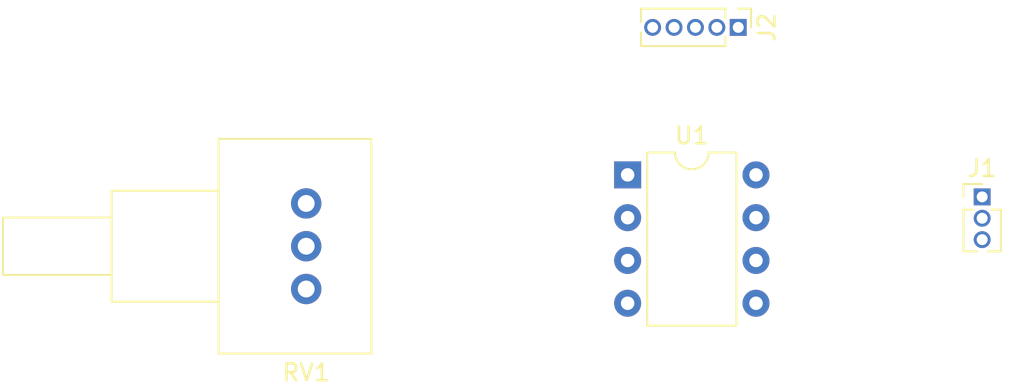
<source format=kicad_pcb>
(kicad_pcb (version 20221018) (generator pcbnew)
  (layers (0 "F.Cu" signal) (31 "B.Cu" signal) (34 "B.Paste" user) (35 "F.Paste" user) (36 "B.SilkS" user "B.Silkscreen") (37 "F.SilkS" user "F.Silkscreen") (38 "B.Mask" user) (39 "F.Mask" user) (44 "Edge.Cuts" user))
  (net 0 "")
  (net 1 "+5V")
  (net 2 "SERVO")
  (net 3 "GND")
  (net 7 "V-POT")
  (footprint "Package_DIP:DIP-8_W7.62mm" (layer "F.Cu") (at 113.605 90.555)
    (fp_text reference "U1" (at 3.81 -2.33) (layer "F.SilkS"))
    (fp_text value "ATtiny85-20P")
    (fp_line (start 1.16 -1.33) (end 1.16 8.95) (stroke (width 0.12)) (layer "F.SilkS"))
    (fp_line (start 1.16 8.95) (end 6.46 8.95) (stroke (width 0.12)) (layer "F.SilkS"))
    (fp_line (start 2.81 -1.33) (end 1.16 -1.33) (stroke (width 0.12)) (layer "F.SilkS"))
    (fp_line (start 6.46 -1.33) (end 4.81 -1.33) (stroke (width 0.12)) (layer "F.SilkS"))
    (fp_line (start 6.46 8.95) (end 6.46 -1.33) (stroke (width 0.12)) (layer "F.SilkS"))
    (fp_arc (start 4.81 -1.33) (mid 3.81 -0.33) (end 2.81 -1.33) (stroke (width 0.12)) (layer "F.SilkS"))
    (pad "1" thru_hole rect (at 0 0) (size 1.6 1.6) (drill 0.8) (layers "*.Cu" "*.Mask"))
    (pad "2" thru_hole oval (at 0 2.54) (size 1.6 1.6) (drill 0.8) (layers "*.Cu" "*.Mask") (net 7 "V-POT"))
    (pad "3" thru_hole oval (at 0 5.08) (size 1.6 1.6) (drill 0.8) (layers "*.Cu" "*.Mask"))
    (pad "4" thru_hole oval (at 0 7.62) (size 1.6 1.6) (drill 0.8) (layers "*.Cu" "*.Mask") (net 3 "GND"))
    (pad "5" thru_hole oval (at 7.62 7.62) (size 1.6 1.6) (drill 0.8) (layers "*.Cu" "*.Mask"))
    (pad "6" thru_hole oval (at 7.62 5.08) (size 1.6 1.6) (drill 0.8) (layers "*.Cu" "*.Mask") (net 2 "SERVO"))
    (pad "7" thru_hole oval (at 7.62 2.54) (size 1.6 1.6) (drill 0.8) (layers "*.Cu" "*.Mask"))
    (pad "8" thru_hole oval (at 7.62 0) (size 1.6 1.6) (drill 0.8) (layers "*.Cu" "*.Mask") (net 1 "+5V"))
  )
  (footprint "Potentiometer_THT:Potentiometer_Vishay_148-149_Single_Horizontal" (layer "F.Cu") (at 94.525 92.25 180)
    (fp_text reference "RV1" (at 0 -10.04) (layer "F.SilkS"))
    (fp_text value "POT 100k")
    (fp_line (start -3.87 -8.91) (end -3.87 3.83) (stroke (width 0.12)) (layer "F.SilkS"))
    (fp_line (start -3.87 -8.91) (end 5.2 -8.91) (stroke (width 0.12)) (layer "F.SilkS"))
    (fp_line (start -3.87 3.83) (end 5.2 3.83) (stroke (width 0.12)) (layer "F.SilkS"))
    (fp_line (start 5.2 -8.91) (end 5.2 3.83) (stroke (width 0.12)) (layer "F.SilkS"))
    (fp_line (start 5.2 -5.835) (end 5.2 0.755) (stroke (width 0.12)) (layer "F.SilkS"))
    (fp_line (start 5.2 -5.835) (end 11.55 -5.835) (stroke (width 0.12)) (layer "F.SilkS"))
    (fp_line (start 5.2 0.755) (end 11.55 0.755) (stroke (width 0.12)) (layer "F.SilkS"))
    (fp_line (start 11.55 -5.835) (end 11.55 0.755) (stroke (width 0.12)) (layer "F.SilkS"))
    (fp_line (start 11.55 -4.244) (end 11.55 -0.835) (stroke (width 0.12)) (layer "F.SilkS"))
    (fp_line (start 11.55 -4.244) (end 18 -4.244) (stroke (width 0.12)) (layer "F.SilkS"))
    (fp_line (start 11.55 -0.835) (end 18 -0.835) (stroke (width 0.12)) (layer "F.SilkS"))
    (fp_line (start 18 -4.244) (end 18 -0.835) (stroke (width 0.12)) (layer "F.SilkS"))
    (pad "1" thru_hole circle (at 0 0 180) (size 1.8 1.8) (drill 1) (layers "*.Cu" "*.Mask") (net 1 "+5V"))
    (pad "2" thru_hole circle (at 0 -2.54 180) (size 1.8 1.8) (drill 1) (layers "*.Cu" "*.Mask") (net 7 "V-POT"))
    (pad "3" thru_hole circle (at 0 -5.08 180) (size 1.8 1.8) (drill 1) (layers "*.Cu" "*.Mask") (net 3 "GND"))
  )
  (footprint "Connector_PinHeader_1.27mm:PinHeader_1x05_P1.27mm_Vertical" (layer "F.Cu") (at 120.17 81.8 -90)
    (fp_text reference "J2" (at 0 -1.695 90) (layer "F.SilkS"))
    (fp_text value "USB")
    (fp_line (start -1.11 -0.76) (end 0 -0.76) (stroke (width 0.12)) (layer "F.SilkS"))
    (fp_line (start -1.11 0) (end -1.11 -0.76) (stroke (width 0.12)) (layer "F.SilkS"))
    (fp_line (start -1.11 0.76) (end -1.11 5.775) (stroke (width 0.12)) (layer "F.SilkS"))
    (fp_line (start -1.11 0.76) (end -0.563471 0.76) (stroke (width 0.12)) (layer "F.SilkS"))
    (fp_line (start -1.11 5.775) (end -0.30753 5.775) (stroke (width 0.12)) (layer "F.SilkS"))
    (fp_line (start 0.30753 5.775) (end 1.11 5.775) (stroke (width 0.12)) (layer "F.SilkS"))
    (fp_line (start 0.563471 0.76) (end 1.11 0.76) (stroke (width 0.12)) (layer "F.SilkS"))
    (fp_line (start 1.11 0.76) (end 1.11 5.775) (stroke (width 0.12)) (layer "F.SilkS"))
    (pad "1" thru_hole rect (at 0 0 270) (size 1 1) (drill 0.65) (layers "*.Cu" "*.Mask") (net 1 "+5V"))
    (pad "2" thru_hole oval (at 0 1.27 270) (size 1 1) (drill 0.65) (layers "*.Cu" "*.Mask"))
    (pad "3" thru_hole oval (at 0 2.54 270) (size 1 1) (drill 0.65) (layers "*.Cu" "*.Mask"))
    (pad "4" thru_hole oval (at 0 3.81 270) (size 1 1) (drill 0.65) (layers "*.Cu" "*.Mask"))
    (pad "5" thru_hole oval (at 0 5.08 270) (size 1 1) (drill 0.65) (layers "*.Cu" "*.Mask") (net 3 "GND"))
  )
  (footprint "Connector_PinHeader_1.27mm:PinHeader_1x03_P1.27mm_Vertical" (layer "F.Cu") (at 134.65 91.86)
    (fp_text reference "J1" (at 0 -1.695) (layer "F.SilkS"))
    (fp_text value "SERVO")
    (fp_line (start -1.11 -0.76) (end 0 -0.76) (stroke (width 0.12)) (layer "F.SilkS"))
    (fp_line (start -1.11 0) (end -1.11 -0.76) (stroke (width 0.12)) (layer "F.SilkS"))
    (fp_line (start -1.11 0.76) (end -1.11 3.235) (stroke (width 0.12)) (layer "F.SilkS"))
    (fp_line (start -1.11 0.76) (end -0.563471 0.76) (stroke (width 0.12)) (layer "F.SilkS"))
    (fp_line (start -1.11 3.235) (end -0.30753 3.235) (stroke (width 0.12)) (layer "F.SilkS"))
    (fp_line (start 0.30753 3.235) (end 1.11 3.235) (stroke (width 0.12)) (layer "F.SilkS"))
    (fp_line (start 0.563471 0.76) (end 1.11 0.76) (stroke (width 0.12)) (layer "F.SilkS"))
    (fp_line (start 1.11 0.76) (end 1.11 3.235) (stroke (width 0.12)) (layer "F.SilkS"))
    (pad "1" thru_hole rect (at 0 0) (size 1 1) (drill 0.65) (layers "*.Cu" "*.Mask") (net 1 "+5V"))
    (pad "2" thru_hole oval (at 0 1.27) (size 1 1) (drill 0.65) (layers "*.Cu" "*.Mask") (net 2 "SERVO"))
    (pad "3" thru_hole oval (at 0 2.54) (size 1 1) (drill 0.65) (layers "*.Cu" "*.Mask") (net 3 "GND"))
  )
)
</source>
